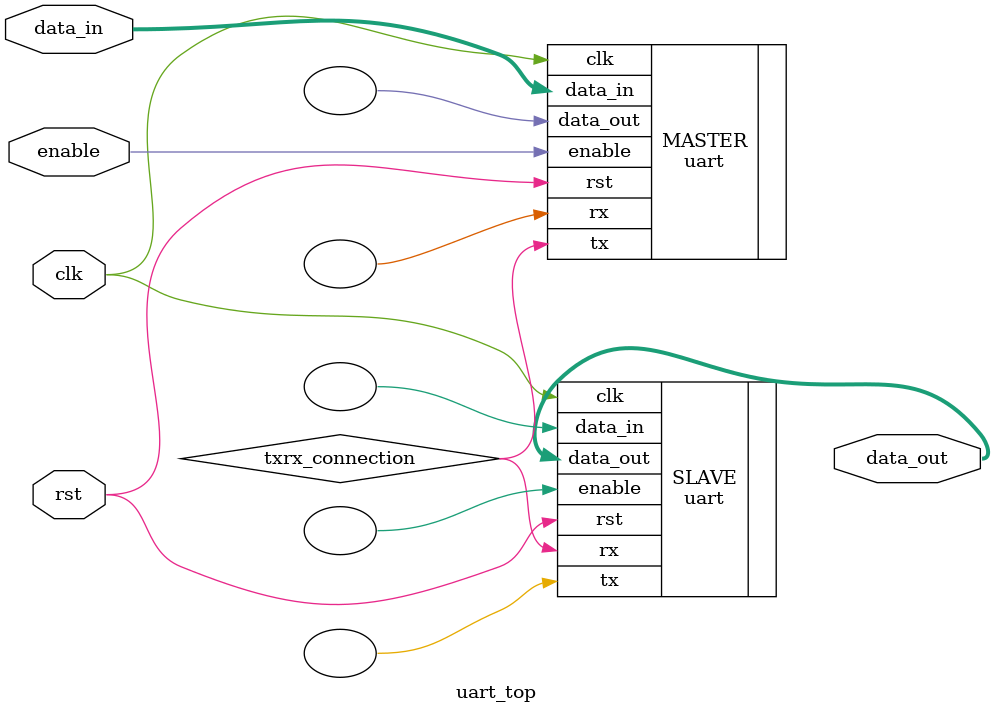
<source format=sv>
module uart_top  #(
  	parameter DEPTH = 5
)
(
	input 	logic 				clk,
	input 	logic 				rst,
  input 	logic [DEPTH-1:0] 	data_in,
  input 	logic 				enable,
  output  logic [DEPTH-1:0] 	data_out 
);
  
  logic txrx_connection;
uart MASTER
	(
    .clk			(clk),
	  .rx			(),
    .rst			(rst),
  	.enable		(enable),
    .data_in		(data_in),
	  .tx			(txrx_connection),
  	.data_out		()
 );
uart SLAVE
	(
    .clk			(clk),
	  .rx			(txrx_connection),
    .rst			(rst),
  	.enable		(),
  	.data_in		(),
	  .tx			(),
    .data_out		(data_out)
 );
  
endmodule




</source>
